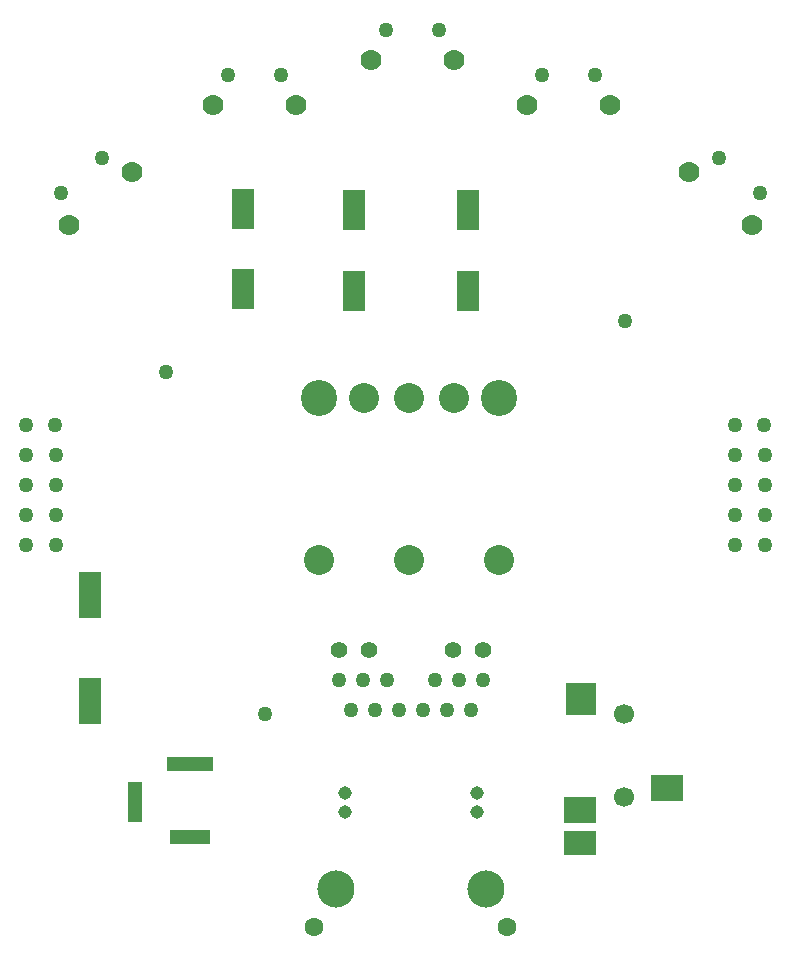
<source format=gbr>
%TF.GenerationSoftware,Altium Limited,Altium Designer,18.1.6 (161)*%
G04 Layer_Color=255*
%FSLAX26Y26*%
%MOIN*%
%TF.FileFunction,Pads,Bot*%
%TF.Part,Single*%
G01*
G75*
%TA.AperFunction,ComponentPad*%
%ADD27C,0.050000*%
%ADD28C,0.066929*%
%ADD29C,0.070000*%
%ADD30C,0.045000*%
%ADD31C,0.055000*%
%ADD32C,0.124000*%
%ADD33C,0.063000*%
%ADD34C,0.120000*%
%ADD35C,0.100000*%
%ADD36R,0.051181X0.137795*%
%ADD37R,0.137795X0.051181*%
%ADD38R,0.157480X0.051181*%
%TA.AperFunction,SMDPad,CuDef*%
%ADD41R,0.110236X0.078740*%
%ADD42R,0.102362X0.110236*%
%ADD43R,0.110236X0.086614*%
%ADD44R,0.074803X0.155512*%
%ADD45R,0.076772X0.137795*%
D27*
X2664997Y2385000D02*
D03*
X3864997Y3695000D02*
D03*
X2334997Y3525000D02*
D03*
X1984283Y4123060D02*
D03*
X2120000Y4236940D02*
D03*
X3230000Y2497000D02*
D03*
X3310000D02*
D03*
X3390000D02*
D03*
X3070000D02*
D03*
X2990000D02*
D03*
X2910000D02*
D03*
X2950000Y2397000D02*
D03*
X3030000D02*
D03*
X3110000D02*
D03*
X3190000D02*
D03*
X3270000D02*
D03*
X3350000D02*
D03*
X2718583Y4515000D02*
D03*
X2541417D02*
D03*
X3243189Y4665000D02*
D03*
X3066023D02*
D03*
X3763583Y4515000D02*
D03*
X3586417D02*
D03*
X4312858Y4123060D02*
D03*
X4177142Y4236940D02*
D03*
X4330709Y2949606D02*
D03*
Y3049606D02*
D03*
Y3149606D02*
D03*
Y3249606D02*
D03*
X4325709Y3349606D02*
D03*
X4230709D02*
D03*
Y3249606D02*
D03*
Y3149606D02*
D03*
Y3049606D02*
D03*
Y2949606D02*
D03*
X1968504D02*
D03*
Y3049606D02*
D03*
Y3149606D02*
D03*
Y3249606D02*
D03*
X1963504Y3349606D02*
D03*
X1868504D02*
D03*
Y3249606D02*
D03*
Y3149606D02*
D03*
Y3049606D02*
D03*
Y2949606D02*
D03*
D28*
X3859331Y2108504D02*
D03*
Y2384095D02*
D03*
D29*
X2009851Y4016029D02*
D03*
X2220965Y4193175D02*
D03*
X2767795Y4416575D02*
D03*
X2492205D02*
D03*
X3292401Y4566575D02*
D03*
X3016811D02*
D03*
X3812795Y4416575D02*
D03*
X3537205D02*
D03*
X4287291Y4016029D02*
D03*
X4076176Y4193175D02*
D03*
D30*
X2930000Y2121000D02*
D03*
X3370000D02*
D03*
X2930000Y2060000D02*
D03*
X3370000D02*
D03*
D31*
X2910000Y2597000D02*
D03*
X3010000D02*
D03*
X3290000D02*
D03*
X3390000D02*
D03*
D32*
X2900000Y1801000D02*
D03*
X3400000D02*
D03*
D33*
X2828000Y1676000D02*
D03*
X3472000D02*
D03*
D34*
X2845000Y3437000D02*
D03*
X3445000D02*
D03*
D35*
X2995000D02*
D03*
X3145000D02*
D03*
X3295000D02*
D03*
X2845000Y2900000D02*
D03*
X3145000D02*
D03*
X3445000D02*
D03*
D36*
X2229961Y2093110D02*
D03*
D37*
X2415000Y1975000D02*
D03*
D38*
Y2219095D02*
D03*
D41*
X3713661Y1954961D02*
D03*
D42*
X3717598Y2435276D02*
D03*
D43*
X4005000Y2140000D02*
D03*
X3713661Y2065197D02*
D03*
D44*
X2080000Y2782165D02*
D03*
Y2427835D02*
D03*
D45*
X2590000Y4069843D02*
D03*
Y3800157D02*
D03*
X2960000Y4064843D02*
D03*
Y3795157D02*
D03*
X3340000Y4064843D02*
D03*
Y3795157D02*
D03*
%TF.MD5,8094f70e26713cc9e4d89e8d5c2bf905*%
M02*

</source>
